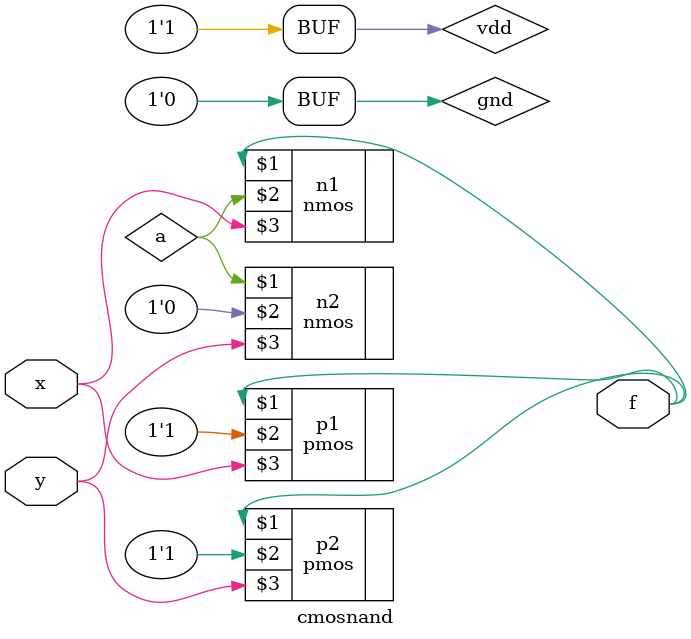
<source format=v>
module fulladder(sum, cout, a, b, cin);
    input a,b,cin;
    output sum, cout;
    fa_sum SUM(sum, a, b, cin);
    fa_carry CARRY(cout, a, b, cin);
endmodule

module fa_carry(cout, a, b, cin);
    input a,b,cin;
    output cout;
    wire t1, t2, t3, t4, t5;

    cmosnand N1(t1, a, b);
    cmosnand N2(t2, a, cin);
    cmosnand N3(t3, b, cin);
    cmosnand N4(t4, t1, t2);
    cmosnand N5(t5, t4, t4);
    cmosnand N6(cout, t5, t3);
endmodule

module fa_sum(sum, a,b, cin);
    input a,b,cin;
    output sum;
    wire t1, t2;

    myxor2 X1(t1, a, b);
    myxor2 X2(sum, t1, cin);
endmodule

module myxor2(out, a,b);
    input a,b;
    output out;
    wire t1, t2, t3, t4;

    cmosnand N1(t1, a,a);
    cmosnand N2(t2, b,b);
    cmosnand N3(t3, a,t2);
    cmosnand N4(t4, b,t1);
    cmosnand N5(out, t3,t4);
endmodule

module cmosnand(f,x,y);
    input x,y;
    output f;
    supply1 vdd;
    supply0 gnd;
    pmos p1(f, vdd, x);
    pmos p2(f, vdd, y);
    nmos n1(f, a, x);
    nmos n2(a, gnd, y);
endmodule
</source>
